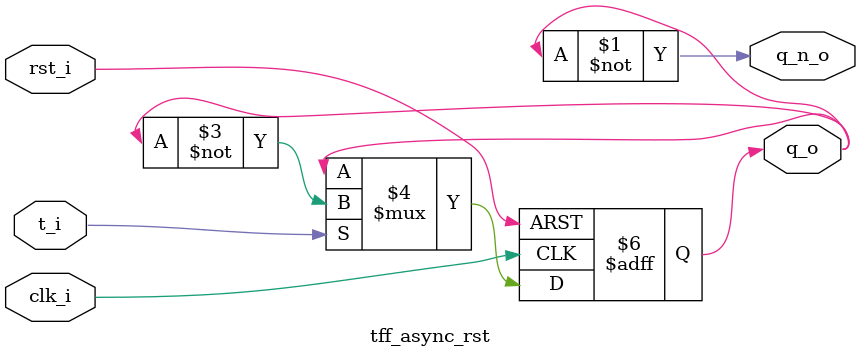
<source format=v>

module tff_async_rst(
  input      clk_i , // Input Clock
  input      rst_i , // Asynchronous Reset
  input      t_i   , // Input T
  output reg q_o   , // Output Q
  output     q_n_o   // Output ~Q
);
  
  // Combinational Logic
  assign q_n_o = ~q_o;
  
  // Sequential Logic
  always@(posedge clk_i, posedge rst_i)begin
    if(rst_i)begin
	// Asynchronous Reset
	  q_o <= 1'b0;
	end else begin
	  if(t_i)begin
	  // Toggle output
	    q_o <= ~q_o;
	  end
	end
  end
  
endmodule
</source>
